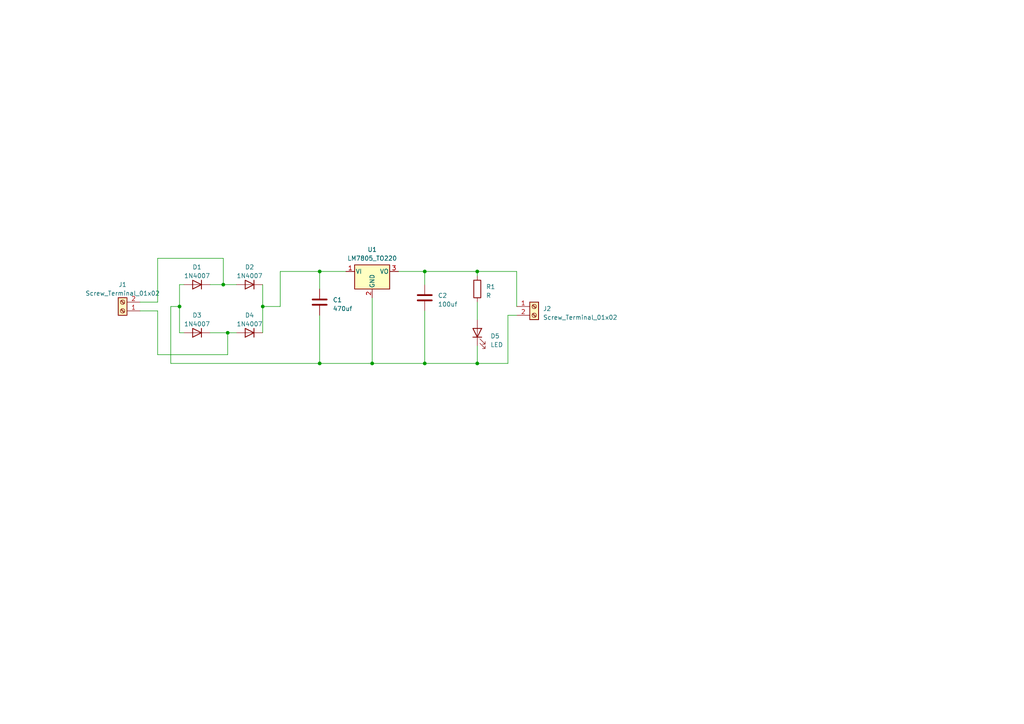
<source format=kicad_sch>
(kicad_sch (version 20230121) (generator eeschema)

  (uuid 1c53e8b4-6fdd-490c-8b50-e41c0f0e7626)

  (paper "A4")

  (lib_symbols
    (symbol "Connector:Screw_Terminal_01x02" (pin_names (offset 1.016) hide) (in_bom yes) (on_board yes)
      (property "Reference" "J" (at 0 2.54 0)
        (effects (font (size 1.27 1.27)))
      )
      (property "Value" "Screw_Terminal_01x02" (at 0 -5.08 0)
        (effects (font (size 1.27 1.27)))
      )
      (property "Footprint" "" (at 0 0 0)
        (effects (font (size 1.27 1.27)) hide)
      )
      (property "Datasheet" "~" (at 0 0 0)
        (effects (font (size 1.27 1.27)) hide)
      )
      (property "ki_keywords" "screw terminal" (at 0 0 0)
        (effects (font (size 1.27 1.27)) hide)
      )
      (property "ki_description" "Generic screw terminal, single row, 01x02, script generated (kicad-library-utils/schlib/autogen/connector/)" (at 0 0 0)
        (effects (font (size 1.27 1.27)) hide)
      )
      (property "ki_fp_filters" "TerminalBlock*:*" (at 0 0 0)
        (effects (font (size 1.27 1.27)) hide)
      )
      (symbol "Screw_Terminal_01x02_1_1"
        (rectangle (start -1.27 1.27) (end 1.27 -3.81)
          (stroke (width 0.254) (type default))
          (fill (type background))
        )
        (circle (center 0 -2.54) (radius 0.635)
          (stroke (width 0.1524) (type default))
          (fill (type none))
        )
        (polyline
          (pts
            (xy -0.5334 -2.2098)
            (xy 0.3302 -3.048)
          )
          (stroke (width 0.1524) (type default))
          (fill (type none))
        )
        (polyline
          (pts
            (xy -0.5334 0.3302)
            (xy 0.3302 -0.508)
          )
          (stroke (width 0.1524) (type default))
          (fill (type none))
        )
        (polyline
          (pts
            (xy -0.3556 -2.032)
            (xy 0.508 -2.8702)
          )
          (stroke (width 0.1524) (type default))
          (fill (type none))
        )
        (polyline
          (pts
            (xy -0.3556 0.508)
            (xy 0.508 -0.3302)
          )
          (stroke (width 0.1524) (type default))
          (fill (type none))
        )
        (circle (center 0 0) (radius 0.635)
          (stroke (width 0.1524) (type default))
          (fill (type none))
        )
        (pin passive line (at -5.08 0 0) (length 3.81)
          (name "Pin_1" (effects (font (size 1.27 1.27))))
          (number "1" (effects (font (size 1.27 1.27))))
        )
        (pin passive line (at -5.08 -2.54 0) (length 3.81)
          (name "Pin_2" (effects (font (size 1.27 1.27))))
          (number "2" (effects (font (size 1.27 1.27))))
        )
      )
    )
    (symbol "Device:C" (pin_numbers hide) (pin_names (offset 0.254)) (in_bom yes) (on_board yes)
      (property "Reference" "C" (at 0.635 2.54 0)
        (effects (font (size 1.27 1.27)) (justify left))
      )
      (property "Value" "C" (at 0.635 -2.54 0)
        (effects (font (size 1.27 1.27)) (justify left))
      )
      (property "Footprint" "" (at 0.9652 -3.81 0)
        (effects (font (size 1.27 1.27)) hide)
      )
      (property "Datasheet" "~" (at 0 0 0)
        (effects (font (size 1.27 1.27)) hide)
      )
      (property "ki_keywords" "cap capacitor" (at 0 0 0)
        (effects (font (size 1.27 1.27)) hide)
      )
      (property "ki_description" "Unpolarized capacitor" (at 0 0 0)
        (effects (font (size 1.27 1.27)) hide)
      )
      (property "ki_fp_filters" "C_*" (at 0 0 0)
        (effects (font (size 1.27 1.27)) hide)
      )
      (symbol "C_0_1"
        (polyline
          (pts
            (xy -2.032 -0.762)
            (xy 2.032 -0.762)
          )
          (stroke (width 0.508) (type default))
          (fill (type none))
        )
        (polyline
          (pts
            (xy -2.032 0.762)
            (xy 2.032 0.762)
          )
          (stroke (width 0.508) (type default))
          (fill (type none))
        )
      )
      (symbol "C_1_1"
        (pin passive line (at 0 3.81 270) (length 2.794)
          (name "~" (effects (font (size 1.27 1.27))))
          (number "1" (effects (font (size 1.27 1.27))))
        )
        (pin passive line (at 0 -3.81 90) (length 2.794)
          (name "~" (effects (font (size 1.27 1.27))))
          (number "2" (effects (font (size 1.27 1.27))))
        )
      )
    )
    (symbol "Device:LED" (pin_numbers hide) (pin_names (offset 1.016) hide) (in_bom yes) (on_board yes)
      (property "Reference" "D" (at 0 2.54 0)
        (effects (font (size 1.27 1.27)))
      )
      (property "Value" "LED" (at 0 -2.54 0)
        (effects (font (size 1.27 1.27)))
      )
      (property "Footprint" "" (at 0 0 0)
        (effects (font (size 1.27 1.27)) hide)
      )
      (property "Datasheet" "~" (at 0 0 0)
        (effects (font (size 1.27 1.27)) hide)
      )
      (property "ki_keywords" "LED diode" (at 0 0 0)
        (effects (font (size 1.27 1.27)) hide)
      )
      (property "ki_description" "Light emitting diode" (at 0 0 0)
        (effects (font (size 1.27 1.27)) hide)
      )
      (property "ki_fp_filters" "LED* LED_SMD:* LED_THT:*" (at 0 0 0)
        (effects (font (size 1.27 1.27)) hide)
      )
      (symbol "LED_0_1"
        (polyline
          (pts
            (xy -1.27 -1.27)
            (xy -1.27 1.27)
          )
          (stroke (width 0.254) (type default))
          (fill (type none))
        )
        (polyline
          (pts
            (xy -1.27 0)
            (xy 1.27 0)
          )
          (stroke (width 0) (type default))
          (fill (type none))
        )
        (polyline
          (pts
            (xy 1.27 -1.27)
            (xy 1.27 1.27)
            (xy -1.27 0)
            (xy 1.27 -1.27)
          )
          (stroke (width 0.254) (type default))
          (fill (type none))
        )
        (polyline
          (pts
            (xy -3.048 -0.762)
            (xy -4.572 -2.286)
            (xy -3.81 -2.286)
            (xy -4.572 -2.286)
            (xy -4.572 -1.524)
          )
          (stroke (width 0) (type default))
          (fill (type none))
        )
        (polyline
          (pts
            (xy -1.778 -0.762)
            (xy -3.302 -2.286)
            (xy -2.54 -2.286)
            (xy -3.302 -2.286)
            (xy -3.302 -1.524)
          )
          (stroke (width 0) (type default))
          (fill (type none))
        )
      )
      (symbol "LED_1_1"
        (pin passive line (at -3.81 0 0) (length 2.54)
          (name "K" (effects (font (size 1.27 1.27))))
          (number "1" (effects (font (size 1.27 1.27))))
        )
        (pin passive line (at 3.81 0 180) (length 2.54)
          (name "A" (effects (font (size 1.27 1.27))))
          (number "2" (effects (font (size 1.27 1.27))))
        )
      )
    )
    (symbol "Device:R" (pin_numbers hide) (pin_names (offset 0)) (in_bom yes) (on_board yes)
      (property "Reference" "R" (at 2.032 0 90)
        (effects (font (size 1.27 1.27)))
      )
      (property "Value" "R" (at 0 0 90)
        (effects (font (size 1.27 1.27)))
      )
      (property "Footprint" "" (at -1.778 0 90)
        (effects (font (size 1.27 1.27)) hide)
      )
      (property "Datasheet" "~" (at 0 0 0)
        (effects (font (size 1.27 1.27)) hide)
      )
      (property "ki_keywords" "R res resistor" (at 0 0 0)
        (effects (font (size 1.27 1.27)) hide)
      )
      (property "ki_description" "Resistor" (at 0 0 0)
        (effects (font (size 1.27 1.27)) hide)
      )
      (property "ki_fp_filters" "R_*" (at 0 0 0)
        (effects (font (size 1.27 1.27)) hide)
      )
      (symbol "R_0_1"
        (rectangle (start -1.016 -2.54) (end 1.016 2.54)
          (stroke (width 0.254) (type default))
          (fill (type none))
        )
      )
      (symbol "R_1_1"
        (pin passive line (at 0 3.81 270) (length 1.27)
          (name "~" (effects (font (size 1.27 1.27))))
          (number "1" (effects (font (size 1.27 1.27))))
        )
        (pin passive line (at 0 -3.81 90) (length 1.27)
          (name "~" (effects (font (size 1.27 1.27))))
          (number "2" (effects (font (size 1.27 1.27))))
        )
      )
    )
    (symbol "Diode:1N4007" (pin_numbers hide) (pin_names hide) (in_bom yes) (on_board yes)
      (property "Reference" "D" (at 0 2.54 0)
        (effects (font (size 1.27 1.27)))
      )
      (property "Value" "1N4007" (at 0 -2.54 0)
        (effects (font (size 1.27 1.27)))
      )
      (property "Footprint" "Diode_THT:D_DO-41_SOD81_P10.16mm_Horizontal" (at 0 -4.445 0)
        (effects (font (size 1.27 1.27)) hide)
      )
      (property "Datasheet" "http://www.vishay.com/docs/88503/1n4001.pdf" (at 0 0 0)
        (effects (font (size 1.27 1.27)) hide)
      )
      (property "Sim.Device" "D" (at 0 0 0)
        (effects (font (size 1.27 1.27)) hide)
      )
      (property "Sim.Pins" "1=K 2=A" (at 0 0 0)
        (effects (font (size 1.27 1.27)) hide)
      )
      (property "ki_keywords" "diode" (at 0 0 0)
        (effects (font (size 1.27 1.27)) hide)
      )
      (property "ki_description" "1000V 1A General Purpose Rectifier Diode, DO-41" (at 0 0 0)
        (effects (font (size 1.27 1.27)) hide)
      )
      (property "ki_fp_filters" "D*DO?41*" (at 0 0 0)
        (effects (font (size 1.27 1.27)) hide)
      )
      (symbol "1N4007_0_1"
        (polyline
          (pts
            (xy -1.27 1.27)
            (xy -1.27 -1.27)
          )
          (stroke (width 0.254) (type default))
          (fill (type none))
        )
        (polyline
          (pts
            (xy 1.27 0)
            (xy -1.27 0)
          )
          (stroke (width 0) (type default))
          (fill (type none))
        )
        (polyline
          (pts
            (xy 1.27 1.27)
            (xy 1.27 -1.27)
            (xy -1.27 0)
            (xy 1.27 1.27)
          )
          (stroke (width 0.254) (type default))
          (fill (type none))
        )
      )
      (symbol "1N4007_1_1"
        (pin passive line (at -3.81 0 0) (length 2.54)
          (name "K" (effects (font (size 1.27 1.27))))
          (number "1" (effects (font (size 1.27 1.27))))
        )
        (pin passive line (at 3.81 0 180) (length 2.54)
          (name "A" (effects (font (size 1.27 1.27))))
          (number "2" (effects (font (size 1.27 1.27))))
        )
      )
    )
    (symbol "Regulator_Linear:LM7805_TO220" (pin_names (offset 0.254)) (in_bom yes) (on_board yes)
      (property "Reference" "U" (at -3.81 3.175 0)
        (effects (font (size 1.27 1.27)))
      )
      (property "Value" "LM7805_TO220" (at 0 3.175 0)
        (effects (font (size 1.27 1.27)) (justify left))
      )
      (property "Footprint" "Package_TO_SOT_THT:TO-220-3_Vertical" (at 0 5.715 0)
        (effects (font (size 1.27 1.27) italic) hide)
      )
      (property "Datasheet" "https://www.onsemi.cn/PowerSolutions/document/MC7800-D.PDF" (at 0 -1.27 0)
        (effects (font (size 1.27 1.27)) hide)
      )
      (property "ki_keywords" "Voltage Regulator 1A Positive" (at 0 0 0)
        (effects (font (size 1.27 1.27)) hide)
      )
      (property "ki_description" "Positive 1A 35V Linear Regulator, Fixed Output 5V, TO-220" (at 0 0 0)
        (effects (font (size 1.27 1.27)) hide)
      )
      (property "ki_fp_filters" "TO?220*" (at 0 0 0)
        (effects (font (size 1.27 1.27)) hide)
      )
      (symbol "LM7805_TO220_0_1"
        (rectangle (start -5.08 1.905) (end 5.08 -5.08)
          (stroke (width 0.254) (type default))
          (fill (type background))
        )
      )
      (symbol "LM7805_TO220_1_1"
        (pin power_in line (at -7.62 0 0) (length 2.54)
          (name "VI" (effects (font (size 1.27 1.27))))
          (number "1" (effects (font (size 1.27 1.27))))
        )
        (pin power_in line (at 0 -7.62 90) (length 2.54)
          (name "GND" (effects (font (size 1.27 1.27))))
          (number "2" (effects (font (size 1.27 1.27))))
        )
        (pin power_out line (at 7.62 0 180) (length 2.54)
          (name "VO" (effects (font (size 1.27 1.27))))
          (number "3" (effects (font (size 1.27 1.27))))
        )
      )
    )
  )

  (junction (at 66.04 96.52) (diameter 0) (color 0 0 0 0)
    (uuid 15e1e012-c55c-44de-9461-57ec7377f8ee)
  )
  (junction (at 92.71 78.74) (diameter 0) (color 0 0 0 0)
    (uuid 3fea81e4-0eba-44cf-85e9-767b67984a02)
  )
  (junction (at 92.71 105.41) (diameter 0) (color 0 0 0 0)
    (uuid 584ba3aa-1b34-4e14-a9fe-076403172390)
  )
  (junction (at 52.07 88.9) (diameter 0) (color 0 0 0 0)
    (uuid 5c1bb076-7245-41ba-bf39-51acb5fc2bc0)
  )
  (junction (at 138.43 78.74) (diameter 0) (color 0 0 0 0)
    (uuid 6270d661-2289-43f4-b9c4-8cd5e8edc929)
  )
  (junction (at 107.95 105.41) (diameter 0) (color 0 0 0 0)
    (uuid a4b48fcc-0a08-46db-a8e8-4cb078ec9189)
  )
  (junction (at 76.2 88.9) (diameter 0) (color 0 0 0 0)
    (uuid accb0379-9674-42e9-af1f-10fe712d4537)
  )
  (junction (at 64.77 82.55) (diameter 0) (color 0 0 0 0)
    (uuid b3b723c1-bcee-41eb-a019-9448083d363e)
  )
  (junction (at 123.19 78.74) (diameter 0) (color 0 0 0 0)
    (uuid bc024225-96da-4d02-abf5-b36fa0713e17)
  )
  (junction (at 138.43 105.41) (diameter 0) (color 0 0 0 0)
    (uuid ce2b1662-4e07-4326-8b4c-c14fe7da9692)
  )
  (junction (at 123.19 105.41) (diameter 0) (color 0 0 0 0)
    (uuid f76f72bb-9afd-4232-ba87-d2371f9cd4cc)
  )

  (wire (pts (xy 107.95 105.41) (xy 123.19 105.41))
    (stroke (width 0) (type default))
    (uuid 025a55ad-aac2-4344-bc14-e3c1e6577565)
  )
  (wire (pts (xy 49.53 105.41) (xy 92.71 105.41))
    (stroke (width 0) (type default))
    (uuid 09b4ffb5-0f5c-49c7-9d53-5391bd9420a0)
  )
  (wire (pts (xy 81.28 78.74) (xy 81.28 88.9))
    (stroke (width 0) (type default))
    (uuid 0bf0391a-03cc-48bb-9e3d-afb7a4321be3)
  )
  (wire (pts (xy 149.86 91.44) (xy 147.32 91.44))
    (stroke (width 0) (type default))
    (uuid 0ca1b2d7-14fa-44aa-a596-4d6876b81c71)
  )
  (wire (pts (xy 100.33 78.74) (xy 92.71 78.74))
    (stroke (width 0) (type default))
    (uuid 0d0e3d01-1eee-4ed7-93bb-2188856897b1)
  )
  (wire (pts (xy 107.95 86.36) (xy 107.95 105.41))
    (stroke (width 0) (type default))
    (uuid 1079e474-3934-46f2-99b3-a00bc3ce90d5)
  )
  (wire (pts (xy 53.34 82.55) (xy 52.07 82.55))
    (stroke (width 0) (type default))
    (uuid 15f8942f-d568-4128-9fea-6f3eb5b051b0)
  )
  (wire (pts (xy 92.71 105.41) (xy 107.95 105.41))
    (stroke (width 0) (type default))
    (uuid 1a9a2f8a-6660-4c71-9fd6-893cac86550a)
  )
  (wire (pts (xy 45.72 74.93) (xy 64.77 74.93))
    (stroke (width 0) (type default))
    (uuid 1ff47eb8-8247-4361-a52e-05445bd34313)
  )
  (wire (pts (xy 45.72 102.87) (xy 66.04 102.87))
    (stroke (width 0) (type default))
    (uuid 20dac29d-a1af-4dfb-88e1-c56a87c1aab0)
  )
  (wire (pts (xy 52.07 88.9) (xy 52.07 96.52))
    (stroke (width 0) (type default))
    (uuid 2bb3405a-e129-4b88-9117-40f6312d9a9b)
  )
  (wire (pts (xy 92.71 91.44) (xy 92.71 105.41))
    (stroke (width 0) (type default))
    (uuid 2c3ba4e0-494c-4d14-8113-c6f03fe7275b)
  )
  (wire (pts (xy 49.53 88.9) (xy 49.53 105.41))
    (stroke (width 0) (type default))
    (uuid 2db6c8ed-1f9e-44bd-8f92-9cc90b25e066)
  )
  (wire (pts (xy 81.28 88.9) (xy 76.2 88.9))
    (stroke (width 0) (type default))
    (uuid 363cd920-9600-411c-a30c-54c1c962aff6)
  )
  (wire (pts (xy 60.96 82.55) (xy 64.77 82.55))
    (stroke (width 0) (type default))
    (uuid 482f10ef-c9a2-4426-80cb-8c88d3d5fea7)
  )
  (wire (pts (xy 147.32 91.44) (xy 147.32 105.41))
    (stroke (width 0) (type default))
    (uuid 51049ea8-0654-4fbd-9344-b87a300317d3)
  )
  (wire (pts (xy 40.64 87.63) (xy 45.72 87.63))
    (stroke (width 0) (type default))
    (uuid 51d2a595-cad3-4013-912f-861d486c4e47)
  )
  (wire (pts (xy 92.71 78.74) (xy 92.71 83.82))
    (stroke (width 0) (type default))
    (uuid 51f85dfe-60f2-4ced-9f62-6d6995f71825)
  )
  (wire (pts (xy 64.77 82.55) (xy 68.58 82.55))
    (stroke (width 0) (type default))
    (uuid 69896426-c8ab-444c-8893-873129116465)
  )
  (wire (pts (xy 64.77 74.93) (xy 64.77 82.55))
    (stroke (width 0) (type default))
    (uuid 6a8c9a8d-5ef5-4265-8d42-11d4ca1433c4)
  )
  (wire (pts (xy 45.72 90.17) (xy 45.72 102.87))
    (stroke (width 0) (type default))
    (uuid 6bc2c051-bd1f-41e7-9f99-ca36106e32ab)
  )
  (wire (pts (xy 115.57 78.74) (xy 123.19 78.74))
    (stroke (width 0) (type default))
    (uuid 6bdc6f14-e745-4b1e-a6cc-1fa130a9906e)
  )
  (wire (pts (xy 76.2 88.9) (xy 76.2 96.52))
    (stroke (width 0) (type default))
    (uuid 722bbcf4-1190-4e93-b96c-ab34228809e3)
  )
  (wire (pts (xy 60.96 96.52) (xy 66.04 96.52))
    (stroke (width 0) (type default))
    (uuid 85fcf6d9-8c59-4870-b7b6-8abf109fc93f)
  )
  (wire (pts (xy 92.71 78.74) (xy 81.28 78.74))
    (stroke (width 0) (type default))
    (uuid 87d4c128-af8a-470c-bd3f-0c981a5355e7)
  )
  (wire (pts (xy 66.04 96.52) (xy 66.04 102.87))
    (stroke (width 0) (type default))
    (uuid 9269685f-3ce3-4908-9fa0-08f592287540)
  )
  (wire (pts (xy 149.86 78.74) (xy 138.43 78.74))
    (stroke (width 0) (type default))
    (uuid 9bde34f4-fbde-46e2-b8d4-ce5486200b38)
  )
  (wire (pts (xy 138.43 87.63) (xy 138.43 92.71))
    (stroke (width 0) (type default))
    (uuid 9e399bbd-55c4-42c7-9276-a42dee51274a)
  )
  (wire (pts (xy 52.07 88.9) (xy 49.53 88.9))
    (stroke (width 0) (type default))
    (uuid a961948d-983c-4faa-bbe6-3c56d35093e8)
  )
  (wire (pts (xy 76.2 82.55) (xy 76.2 88.9))
    (stroke (width 0) (type default))
    (uuid abed71f2-45b1-4883-a15f-0a53a4fc156b)
  )
  (wire (pts (xy 45.72 87.63) (xy 45.72 74.93))
    (stroke (width 0) (type default))
    (uuid c12194a2-4da4-49e8-8983-328a9aa37254)
  )
  (wire (pts (xy 147.32 105.41) (xy 138.43 105.41))
    (stroke (width 0) (type default))
    (uuid c267bbff-c2f1-46c6-bb04-09987a3885c4)
  )
  (wire (pts (xy 138.43 80.01) (xy 138.43 78.74))
    (stroke (width 0) (type default))
    (uuid c95191b8-1f1d-40a6-b705-e5f69c3203d0)
  )
  (wire (pts (xy 138.43 100.33) (xy 138.43 105.41))
    (stroke (width 0) (type default))
    (uuid cd551175-ea9f-4794-b346-5ca7804a65de)
  )
  (wire (pts (xy 52.07 96.52) (xy 53.34 96.52))
    (stroke (width 0) (type default))
    (uuid cd85c909-cd99-4d3e-9954-de20a4b28df9)
  )
  (wire (pts (xy 123.19 78.74) (xy 123.19 82.55))
    (stroke (width 0) (type default))
    (uuid d1eaaf0c-aef4-4db4-8383-580e186699c6)
  )
  (wire (pts (xy 66.04 96.52) (xy 68.58 96.52))
    (stroke (width 0) (type default))
    (uuid d714215b-dfd2-4ef9-9099-95e67e765f8a)
  )
  (wire (pts (xy 138.43 105.41) (xy 123.19 105.41))
    (stroke (width 0) (type default))
    (uuid e24e9eff-44cc-4b7e-b568-328087774c0f)
  )
  (wire (pts (xy 40.64 90.17) (xy 45.72 90.17))
    (stroke (width 0) (type default))
    (uuid e2fc1b03-688c-4507-ab11-c85517ebd727)
  )
  (wire (pts (xy 138.43 78.74) (xy 123.19 78.74))
    (stroke (width 0) (type default))
    (uuid e7af823b-c47d-4f11-9660-8b8dac0d2cb9)
  )
  (wire (pts (xy 52.07 82.55) (xy 52.07 88.9))
    (stroke (width 0) (type default))
    (uuid ee1a4614-770d-441a-bc29-7171cc5f2c04)
  )
  (wire (pts (xy 149.86 88.9) (xy 149.86 78.74))
    (stroke (width 0) (type default))
    (uuid f0d711a4-5053-4c69-8509-6d0f17d5413b)
  )
  (wire (pts (xy 123.19 105.41) (xy 123.19 90.17))
    (stroke (width 0) (type default))
    (uuid fbeabebe-07b5-4f0a-85e1-afe91708a8cd)
  )

  (symbol (lib_id "Connector:Screw_Terminal_01x02") (at 154.94 88.9 0) (unit 1)
    (in_bom yes) (on_board yes) (dnp no) (fields_autoplaced)
    (uuid 10ab3603-53d5-4ed5-94ba-e0b09b13f3b9)
    (property "Reference" "J2" (at 157.48 89.535 0)
      (effects (font (size 1.27 1.27)) (justify left))
    )
    (property "Value" "Screw_Terminal_01x02" (at 157.48 92.075 0)
      (effects (font (size 1.27 1.27)) (justify left))
    )
    (property "Footprint" "" (at 154.94 88.9 0)
      (effects (font (size 1.27 1.27)) hide)
    )
    (property "Datasheet" "~" (at 154.94 88.9 0)
      (effects (font (size 1.27 1.27)) hide)
    )
    (pin "1" (uuid 2f6adfb4-bab3-470b-8bbc-4697bfff43f1))
    (pin "2" (uuid 78fdc294-a84e-4a19-beec-c190a38e608c))
    (instances
      (project "PCB"
        (path "/1c53e8b4-6fdd-490c-8b50-e41c0f0e7626"
          (reference "J2") (unit 1)
        )
      )
    )
  )

  (symbol (lib_id "Diode:1N4007") (at 57.15 96.52 180) (unit 1)
    (in_bom yes) (on_board yes) (dnp no) (fields_autoplaced)
    (uuid 1770cf13-ee3c-497c-9d17-17748292dffc)
    (property "Reference" "D3" (at 57.15 91.44 0)
      (effects (font (size 1.27 1.27)))
    )
    (property "Value" "1N4007" (at 57.15 93.98 0)
      (effects (font (size 1.27 1.27)))
    )
    (property "Footprint" "Diode_THT:D_DO-41_SOD81_P10.16mm_Horizontal" (at 57.15 92.075 0)
      (effects (font (size 1.27 1.27)) hide)
    )
    (property "Datasheet" "http://www.vishay.com/docs/88503/1n4001.pdf" (at 57.15 96.52 0)
      (effects (font (size 1.27 1.27)) hide)
    )
    (property "Sim.Device" "D" (at 57.15 96.52 0)
      (effects (font (size 1.27 1.27)) hide)
    )
    (property "Sim.Pins" "1=K 2=A" (at 57.15 96.52 0)
      (effects (font (size 1.27 1.27)) hide)
    )
    (pin "1" (uuid 0c2f966d-8c09-45cf-a9b4-9c6b54da3839))
    (pin "2" (uuid a2ff479f-970b-464e-83f4-33926510acc4))
    (instances
      (project "PCB"
        (path "/1c53e8b4-6fdd-490c-8b50-e41c0f0e7626"
          (reference "D3") (unit 1)
        )
      )
    )
  )

  (symbol (lib_id "Device:C") (at 92.71 87.63 0) (unit 1)
    (in_bom yes) (on_board yes) (dnp no) (fields_autoplaced)
    (uuid 33b119a4-5741-4341-ada0-544219cd7daf)
    (property "Reference" "C1" (at 96.52 86.995 0)
      (effects (font (size 1.27 1.27)) (justify left))
    )
    (property "Value" "470uf" (at 96.52 89.535 0)
      (effects (font (size 1.27 1.27)) (justify left))
    )
    (property "Footprint" "" (at 93.6752 91.44 0)
      (effects (font (size 1.27 1.27)) hide)
    )
    (property "Datasheet" "~" (at 92.71 87.63 0)
      (effects (font (size 1.27 1.27)) hide)
    )
    (pin "1" (uuid 82cd2b36-93b4-484e-b188-ec06c7cabd3f))
    (pin "2" (uuid 19308a36-0a58-4a88-bb59-5826aee7c0cb))
    (instances
      (project "PCB"
        (path "/1c53e8b4-6fdd-490c-8b50-e41c0f0e7626"
          (reference "C1") (unit 1)
        )
      )
    )
  )

  (symbol (lib_id "Connector:Screw_Terminal_01x02") (at 35.56 90.17 180) (unit 1)
    (in_bom yes) (on_board yes) (dnp no) (fields_autoplaced)
    (uuid 3748c413-2cb2-4b9a-abf3-dcf509b4071d)
    (property "Reference" "J1" (at 35.56 82.55 0)
      (effects (font (size 1.27 1.27)))
    )
    (property "Value" "Screw_Terminal_01x02" (at 35.56 85.09 0)
      (effects (font (size 1.27 1.27)))
    )
    (property "Footprint" "" (at 35.56 90.17 0)
      (effects (font (size 1.27 1.27)) hide)
    )
    (property "Datasheet" "~" (at 35.56 90.17 0)
      (effects (font (size 1.27 1.27)) hide)
    )
    (pin "1" (uuid 28934461-d631-4a34-9fc0-fa0062fd0ace))
    (pin "2" (uuid 91bfe772-11b0-4227-93c4-8e0e975e03a7))
    (instances
      (project "PCB"
        (path "/1c53e8b4-6fdd-490c-8b50-e41c0f0e7626"
          (reference "J1") (unit 1)
        )
      )
    )
  )

  (symbol (lib_id "Diode:1N4007") (at 72.39 96.52 180) (unit 1)
    (in_bom yes) (on_board yes) (dnp no) (fields_autoplaced)
    (uuid 5ed8ef9a-fb5b-4b25-9bd2-af578142bcb1)
    (property "Reference" "D4" (at 72.39 91.44 0)
      (effects (font (size 1.27 1.27)))
    )
    (property "Value" "1N4007" (at 72.39 93.98 0)
      (effects (font (size 1.27 1.27)))
    )
    (property "Footprint" "Diode_THT:D_DO-41_SOD81_P10.16mm_Horizontal" (at 72.39 92.075 0)
      (effects (font (size 1.27 1.27)) hide)
    )
    (property "Datasheet" "http://www.vishay.com/docs/88503/1n4001.pdf" (at 72.39 96.52 0)
      (effects (font (size 1.27 1.27)) hide)
    )
    (property "Sim.Device" "D" (at 72.39 96.52 0)
      (effects (font (size 1.27 1.27)) hide)
    )
    (property "Sim.Pins" "1=K 2=A" (at 72.39 96.52 0)
      (effects (font (size 1.27 1.27)) hide)
    )
    (pin "1" (uuid 32095118-9a27-42a0-a87b-cf5e87155b06))
    (pin "2" (uuid 9bc74400-52e6-4a18-8b0d-3d9156881a15))
    (instances
      (project "PCB"
        (path "/1c53e8b4-6fdd-490c-8b50-e41c0f0e7626"
          (reference "D4") (unit 1)
        )
      )
    )
  )

  (symbol (lib_id "Diode:1N4007") (at 72.39 82.55 180) (unit 1)
    (in_bom yes) (on_board yes) (dnp no) (fields_autoplaced)
    (uuid 871a20ea-4c97-4b46-aa3c-aa3cb3fdbc44)
    (property "Reference" "D2" (at 72.39 77.47 0)
      (effects (font (size 1.27 1.27)))
    )
    (property "Value" "1N4007" (at 72.39 80.01 0)
      (effects (font (size 1.27 1.27)))
    )
    (property "Footprint" "Diode_THT:D_DO-41_SOD81_P10.16mm_Horizontal" (at 72.39 78.105 0)
      (effects (font (size 1.27 1.27)) hide)
    )
    (property "Datasheet" "http://www.vishay.com/docs/88503/1n4001.pdf" (at 72.39 82.55 0)
      (effects (font (size 1.27 1.27)) hide)
    )
    (property "Sim.Device" "D" (at 72.39 82.55 0)
      (effects (font (size 1.27 1.27)) hide)
    )
    (property "Sim.Pins" "1=K 2=A" (at 72.39 82.55 0)
      (effects (font (size 1.27 1.27)) hide)
    )
    (pin "1" (uuid 5ba5b9fc-c950-4d8b-a605-7e92832ee128))
    (pin "2" (uuid 53473ec8-9507-49bd-a2e4-e98bd67c872a))
    (instances
      (project "PCB"
        (path "/1c53e8b4-6fdd-490c-8b50-e41c0f0e7626"
          (reference "D2") (unit 1)
        )
      )
    )
  )

  (symbol (lib_id "Regulator_Linear:LM7805_TO220") (at 107.95 78.74 0) (unit 1)
    (in_bom yes) (on_board yes) (dnp no) (fields_autoplaced)
    (uuid a5febaa4-cb65-4eed-9f57-ed08e6777de9)
    (property "Reference" "U1" (at 107.95 72.39 0)
      (effects (font (size 1.27 1.27)))
    )
    (property "Value" "LM7805_TO220" (at 107.95 74.93 0)
      (effects (font (size 1.27 1.27)))
    )
    (property "Footprint" "Package_TO_SOT_THT:TO-220-3_Vertical" (at 107.95 73.025 0)
      (effects (font (size 1.27 1.27) italic) hide)
    )
    (property "Datasheet" "https://www.onsemi.cn/PowerSolutions/document/MC7800-D.PDF" (at 107.95 80.01 0)
      (effects (font (size 1.27 1.27)) hide)
    )
    (pin "1" (uuid e6a221c0-02fe-4107-8896-38dd6df17474))
    (pin "2" (uuid 2efa8474-7953-47b5-b3f4-589248ef8548))
    (pin "3" (uuid 6639bee9-a87c-4051-9a24-73faca76f791))
    (instances
      (project "PCB"
        (path "/1c53e8b4-6fdd-490c-8b50-e41c0f0e7626"
          (reference "U1") (unit 1)
        )
      )
    )
  )

  (symbol (lib_id "Diode:1N4007") (at 57.15 82.55 180) (unit 1)
    (in_bom yes) (on_board yes) (dnp no) (fields_autoplaced)
    (uuid d04cb34b-93d6-4270-8c16-439c3586f3a1)
    (property "Reference" "D1" (at 57.15 77.47 0)
      (effects (font (size 1.27 1.27)))
    )
    (property "Value" "1N4007" (at 57.15 80.01 0)
      (effects (font (size 1.27 1.27)))
    )
    (property "Footprint" "Diode_THT:D_DO-41_SOD81_P10.16mm_Horizontal" (at 57.15 78.105 0)
      (effects (font (size 1.27 1.27)) hide)
    )
    (property "Datasheet" "http://www.vishay.com/docs/88503/1n4001.pdf" (at 57.15 82.55 0)
      (effects (font (size 1.27 1.27)) hide)
    )
    (property "Sim.Device" "D" (at 57.15 82.55 0)
      (effects (font (size 1.27 1.27)) hide)
    )
    (property "Sim.Pins" "1=K 2=A" (at 57.15 82.55 0)
      (effects (font (size 1.27 1.27)) hide)
    )
    (pin "1" (uuid d7722088-9e64-42f6-9e80-1486da8d8713))
    (pin "2" (uuid 63364ddd-e8e8-431b-8c2a-cc8a6efb6041))
    (instances
      (project "PCB"
        (path "/1c53e8b4-6fdd-490c-8b50-e41c0f0e7626"
          (reference "D1") (unit 1)
        )
      )
    )
  )

  (symbol (lib_id "Device:LED") (at 138.43 96.52 90) (unit 1)
    (in_bom yes) (on_board yes) (dnp no) (fields_autoplaced)
    (uuid e014dedb-8d79-4ce4-893c-2745b0beb9df)
    (property "Reference" "D5" (at 142.24 97.4725 90)
      (effects (font (size 1.27 1.27)) (justify right))
    )
    (property "Value" "LED" (at 142.24 100.0125 90)
      (effects (font (size 1.27 1.27)) (justify right))
    )
    (property "Footprint" "" (at 138.43 96.52 0)
      (effects (font (size 1.27 1.27)) hide)
    )
    (property "Datasheet" "~" (at 138.43 96.52 0)
      (effects (font (size 1.27 1.27)) hide)
    )
    (pin "1" (uuid f4b16219-3e77-41ca-8e30-99a59438a3ef))
    (pin "2" (uuid 57e9dccc-366d-47dd-a135-de06d269e23c))
    (instances
      (project "PCB"
        (path "/1c53e8b4-6fdd-490c-8b50-e41c0f0e7626"
          (reference "D5") (unit 1)
        )
      )
    )
  )

  (symbol (lib_id "Device:R") (at 138.43 83.82 0) (unit 1)
    (in_bom yes) (on_board yes) (dnp no) (fields_autoplaced)
    (uuid ed62a182-cc27-4a2e-90fc-632d59567304)
    (property "Reference" "R1" (at 140.97 83.185 0)
      (effects (font (size 1.27 1.27)) (justify left))
    )
    (property "Value" "R" (at 140.97 85.725 0)
      (effects (font (size 1.27 1.27)) (justify left))
    )
    (property "Footprint" "" (at 136.652 83.82 90)
      (effects (font (size 1.27 1.27)) hide)
    )
    (property "Datasheet" "~" (at 138.43 83.82 0)
      (effects (font (size 1.27 1.27)) hide)
    )
    (pin "1" (uuid 80d4343b-49fc-44e4-b5d0-6b04662bfd40))
    (pin "2" (uuid 62bb59a7-90b1-4c81-af5f-f314deb094b7))
    (instances
      (project "PCB"
        (path "/1c53e8b4-6fdd-490c-8b50-e41c0f0e7626"
          (reference "R1") (unit 1)
        )
      )
    )
  )

  (symbol (lib_id "Device:C") (at 123.19 86.36 0) (unit 1)
    (in_bom yes) (on_board yes) (dnp no) (fields_autoplaced)
    (uuid f48c761d-13a2-4e52-9650-5e1e8f2b10b5)
    (property "Reference" "C2" (at 127 85.725 0)
      (effects (font (size 1.27 1.27)) (justify left))
    )
    (property "Value" "100uf" (at 127 88.265 0)
      (effects (font (size 1.27 1.27)) (justify left))
    )
    (property "Footprint" "" (at 124.1552 90.17 0)
      (effects (font (size 1.27 1.27)) hide)
    )
    (property "Datasheet" "~" (at 123.19 86.36 0)
      (effects (font (size 1.27 1.27)) hide)
    )
    (pin "1" (uuid a4af65fc-7e3c-4da4-9069-66ba70cf5a0e))
    (pin "2" (uuid 994de41a-0fe3-49f5-831d-d8f01126b98f))
    (instances
      (project "PCB"
        (path "/1c53e8b4-6fdd-490c-8b50-e41c0f0e7626"
          (reference "C2") (unit 1)
        )
      )
    )
  )

  (sheet_instances
    (path "/" (page "1"))
  )
)

</source>
